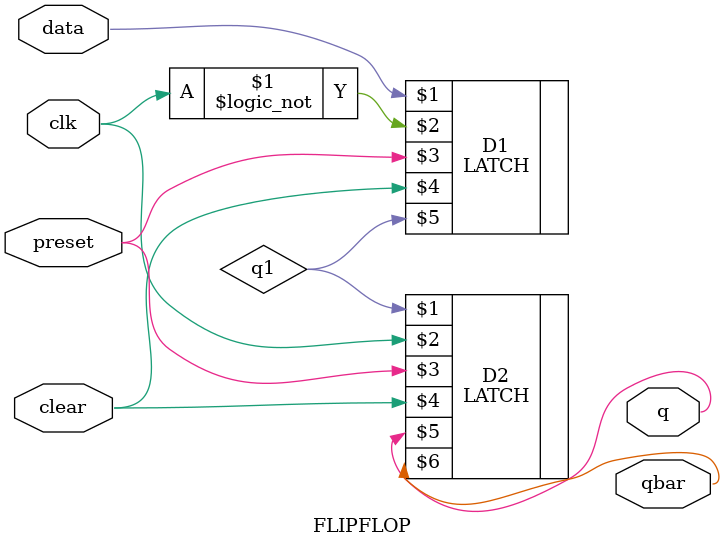
<source format=v>
`include "latch.v"

module FLIPFLOP(input data, clk, preset, clear, output q, qbar);
	wire q1;
	LATCH D1(data, !clk, preset, clear, q1,);
	LATCH D2(q1, clk, preset, clear, q, qbar);
endmodule

</source>
